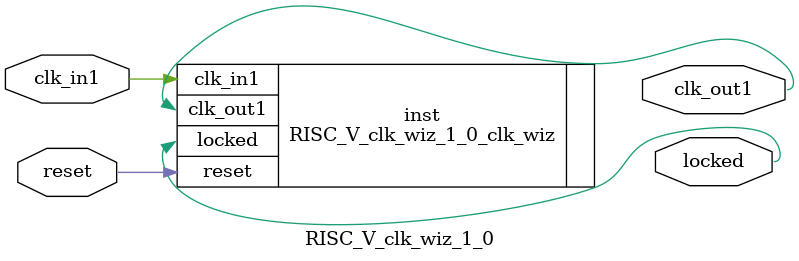
<source format=v>


`timescale 1ps/1ps

(* CORE_GENERATION_INFO = "RISC_V_clk_wiz_1_0,clk_wiz_v6_0_16_0_0,{component_name=RISC_V_clk_wiz_1_0,use_phase_alignment=true,use_min_o_jitter=false,use_max_i_jitter=false,use_dyn_phase_shift=false,use_inclk_switchover=false,use_dyn_reconfig=false,enable_axi=0,feedback_source=FDBK_AUTO,PRIMITIVE=MMCM,num_out_clk=1,clkin1_period=10.000,clkin2_period=10.000,use_power_down=false,use_reset=true,use_locked=true,use_inclk_stopped=false,feedback_type=SINGLE,CLOCK_MGR_TYPE=NA,manual_override=false}" *)

module RISC_V_clk_wiz_1_0 
 (
  // Clock out ports
  output        clk_out1,
  // Status and control signals
  input         reset,
  output        locked,
 // Clock in ports
  input         clk_in1
 );

  RISC_V_clk_wiz_1_0_clk_wiz inst
  (
  // Clock out ports  
  .clk_out1(clk_out1),
  // Status and control signals               
  .reset(reset), 
  .locked(locked),
 // Clock in ports
  .clk_in1(clk_in1)
  );

endmodule

</source>
